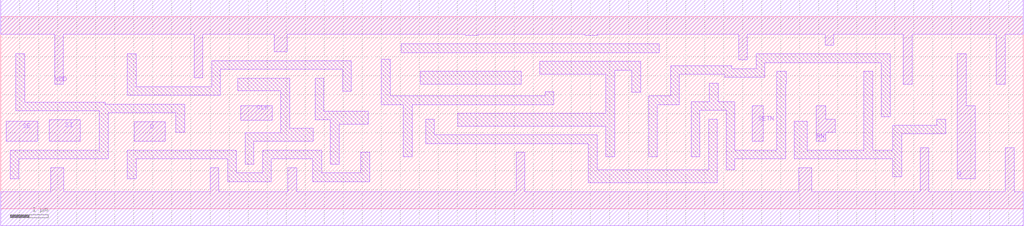
<source format=lef>
# Copyright 2022 GlobalFoundries PDK Authors
#
# Licensed under the Apache License, Version 2.0 (the "License");
# you may not use this file except in compliance with the License.
# You may obtain a copy of the License at
#
#      http://www.apache.org/licenses/LICENSE-2.0
#
# Unless required by applicable law or agreed to in writing, software
# distributed under the License is distributed on an "AS IS" BASIS,
# WITHOUT WARRANTIES OR CONDITIONS OF ANY KIND, either express or implied.
# See the License for the specific language governing permissions and
# limitations under the License.

MACRO gf180mcu_fd_sc_mcu9t5v0__sdffrsnq_2
  CLASS core ;
  FOREIGN gf180mcu_fd_sc_mcu9t5v0__sdffrsnq_2 0.0 0.0 ;
  ORIGIN 0 0 ;
  SYMMETRY X Y ;
  SITE GF018hv5v_green_sc9 ;
  SIZE 26.88 BY 5.04 ;
  PIN D
    DIRECTION INPUT ;
    ANTENNAGATEAREA 0.854 ;
    PORT
      LAYER Metal1 ;
        POLYGON 3.51 1.77 4.33 1.77 4.33 2.29 3.51 2.29  ;
    END
  END D
  PIN RN
    DIRECTION INPUT ;
    ANTENNAGATEAREA 2.123 ;
    PORT
      LAYER Metal1 ;
        POLYGON 21.43 1.77 21.69 1.77 21.69 2.015 21.935 2.015 21.935 2.355 21.69 2.355 21.69 2.71 21.43 2.71  ;
    END
  END RN
  PIN SE
    DIRECTION INPUT ;
    ANTENNAGATEAREA 1.708 ;
    PORT
      LAYER Metal1 ;
        POLYGON 0.15 1.77 0.97 1.77 0.97 2.3 0.15 2.3  ;
    END
  END SE
  PIN SETN
    DIRECTION INPUT ;
    ANTENNAGATEAREA 1.708 ;
    PORT
      LAYER Metal1 ;
        POLYGON 19.75 1.77 20.04 1.77 20.04 2.71 19.75 2.71  ;
    END
  END SETN
  PIN SI
    DIRECTION INPUT ;
    ANTENNAGATEAREA 0.854 ;
    PORT
      LAYER Metal1 ;
        POLYGON 1.27 1.77 2.09 1.77 2.09 2.345 1.27 2.345  ;
    END
  END SI
  PIN CLK
    DIRECTION INPUT ;
    USE clock ;
    ANTENNAGATEAREA 1.164 ;
    PORT
      LAYER Metal1 ;
        POLYGON 6.31 2.33 7.13 2.33 7.13 2.71 6.31 2.71  ;
    END
  END CLK
  PIN Q
    DIRECTION OUTPUT ;
    ANTENNADIFFAREA 1.638 ;
    PORT
      LAYER Metal1 ;
        POLYGON 25.145 0.79 25.61 0.79 25.61 2.71 25.375 2.71 25.375 4.08 25.145 4.08  ;
    END
  END Q
  PIN VDD
    DIRECTION INOUT ;
    USE power ;
    SHAPE ABUTMENT ;
    PORT
      LAYER Metal1 ;
        POLYGON 0 4.59 1.415 4.59 1.415 3.27 1.645 3.27 1.645 4.59 5.085 4.59 5.085 3.44 5.315 3.44 5.315 4.59 7.19 4.59 7.19 4.125 7.53 4.125 7.53 4.59 9.215 4.59 9.655 4.59 9.695 4.59 12.21 4.59 12.21 4.565 12.55 4.565 12.55 4.59 15.35 4.59 15.35 4.565 15.69 4.565 15.69 4.59 17.31 4.59 19.395 4.59 19.395 3.91 19.625 3.91 19.625 4.59 21.665 4.59 21.665 4.3 21.895 4.3 21.895 4.59 23.375 4.59 23.725 4.59 23.725 3.27 23.955 3.27 23.955 4.59 24.835 4.59 26.165 4.59 26.165 3.27 26.395 3.27 26.395 4.59 26.88 4.59 26.88 5.49 24.835 5.49 23.375 5.49 17.31 5.49 9.695 5.49 9.655 5.49 9.215 5.49 0 5.49  ;
    END
  END VDD
  PIN VSS
    DIRECTION INOUT ;
    USE ground ;
    SHAPE ABUTMENT ;
    PORT
      LAYER Metal1 ;
        POLYGON 0 -0.45 26.88 -0.45 26.88 0.45 26.635 0.45 26.635 1.6 26.405 1.6 26.405 0.45 24.395 0.45 24.395 1.6 24.165 1.6 24.165 0.45 21.31 0.45 21.31 1.08 20.97 1.08 20.97 0.45 13.775 0.45 13.775 1.48 13.545 1.48 13.545 0.45 7.775 0.45 7.775 1.08 7.545 1.08 7.545 0.45 5.735 0.45 5.735 1.08 5.505 1.08 5.505 0.45 1.65 0.45 1.65 1.075 1.31 1.075 1.31 0.45 0 0.45  ;
    END
  END VSS
  OBS
      LAYER Metal1 ;
        POLYGON 0.395 2.575 2.595 2.575 2.595 1.54 0.245 1.54 0.245 0.79 0.475 0.79 0.475 1.31 2.825 1.31 2.825 2.52 4.605 2.52 4.605 2.015 4.835 2.015 4.835 2.75 2.745 2.75 2.745 2.805 0.625 2.805 0.625 4.08 0.395 4.08  ;
        POLYGON 6.225 3.095 7.36 3.095 7.36 2 6.425 2 6.425 1.17 6.655 1.17 6.655 1.77 8.215 1.77 8.215 2.11 7.59 2.11 7.59 3.435 6.225 3.435  ;
        POLYGON 3.325 2.98 5.775 2.98 5.775 3.665 8.985 3.665 8.985 3.085 9.215 3.085 9.215 3.895 5.545 3.895 5.545 3.21 3.555 3.21 3.555 4.08 3.325 4.08  ;
        POLYGON 8.265 2.335 8.665 2.335 8.665 1.17 8.895 1.17 8.895 2.225 9.655 2.225 9.655 2.565 8.495 2.565 8.495 3.435 8.265 3.435  ;
        POLYGON 3.325 0.79 3.555 0.79 3.555 1.31 5.965 1.31 5.965 0.71 7.115 0.71 7.115 1.31 8.205 1.31 8.205 0.71 9.695 0.71 9.695 1.48 9.465 1.48 9.465 0.94 8.435 0.94 8.435 1.54 6.885 1.54 6.885 0.94 6.195 0.94 6.195 1.54 3.325 1.54  ;
        POLYGON 11.025 3.27 13.675 3.27 13.675 3.61 11.025 3.61  ;
        POLYGON 10.005 2.74 10.585 2.74 10.585 1.37 10.815 1.37 10.815 2.74 14.535 2.74 14.535 3.08 14.305 3.08 14.305 2.97 10.235 2.97 10.235 3.93 10.005 3.93  ;
        POLYGON 14.165 3.535 15.905 3.535 15.905 2.51 12.005 2.51 12.005 2.17 15.905 2.17 15.905 1.37 16.135 1.37 16.135 3.645 16.585 3.645 16.585 3.065 16.815 3.065 16.815 3.875 14.165 3.875  ;
        POLYGON 10.53 4.105 17.31 4.105 17.31 4.335 10.53 4.335  ;
        POLYGON 11.165 1.71 15.445 1.71 15.445 0.68 18.835 0.68 18.835 2.355 18.605 2.355 18.605 1.02 15.675 1.02 15.675 1.94 11.395 1.94 11.395 2.355 11.165 2.355  ;
        POLYGON 18.145 1.37 18.375 1.37 18.375 2.585 19.065 2.585 19.065 1.025 19.295 1.025 19.295 1.31 20.63 1.31 20.63 3.27 20.645 3.27 20.645 3.61 20.4 3.61 20.4 1.54 19.295 1.54 19.295 2.815 18.855 2.815 18.855 3.305 18.625 3.305 18.625 2.815 18.145 2.815  ;
        POLYGON 17.025 1.37 17.255 1.37 17.255 2.74 17.835 2.74 17.835 3.535 19.035 3.535 19.035 3.45 20.085 3.45 20.085 3.84 23.145 3.84 23.145 2.415 23.375 2.415 23.375 4.07 19.855 4.07 19.855 3.68 19.215 3.68 19.215 3.765 17.605 3.765 17.605 2.97 17.025 2.97  ;
        POLYGON 20.86 1.31 23.445 1.31 23.445 0.845 23.675 0.845 23.675 1.965 24.835 1.965 24.835 2.355 24.605 2.355 24.605 2.195 23.445 2.195 23.445 1.54 22.915 1.54 22.915 3.61 22.685 3.61 22.685 1.54 21.2 1.54 21.2 2.3 20.86 2.3  ;
  END
END gf180mcu_fd_sc_mcu9t5v0__sdffrsnq_2

</source>
